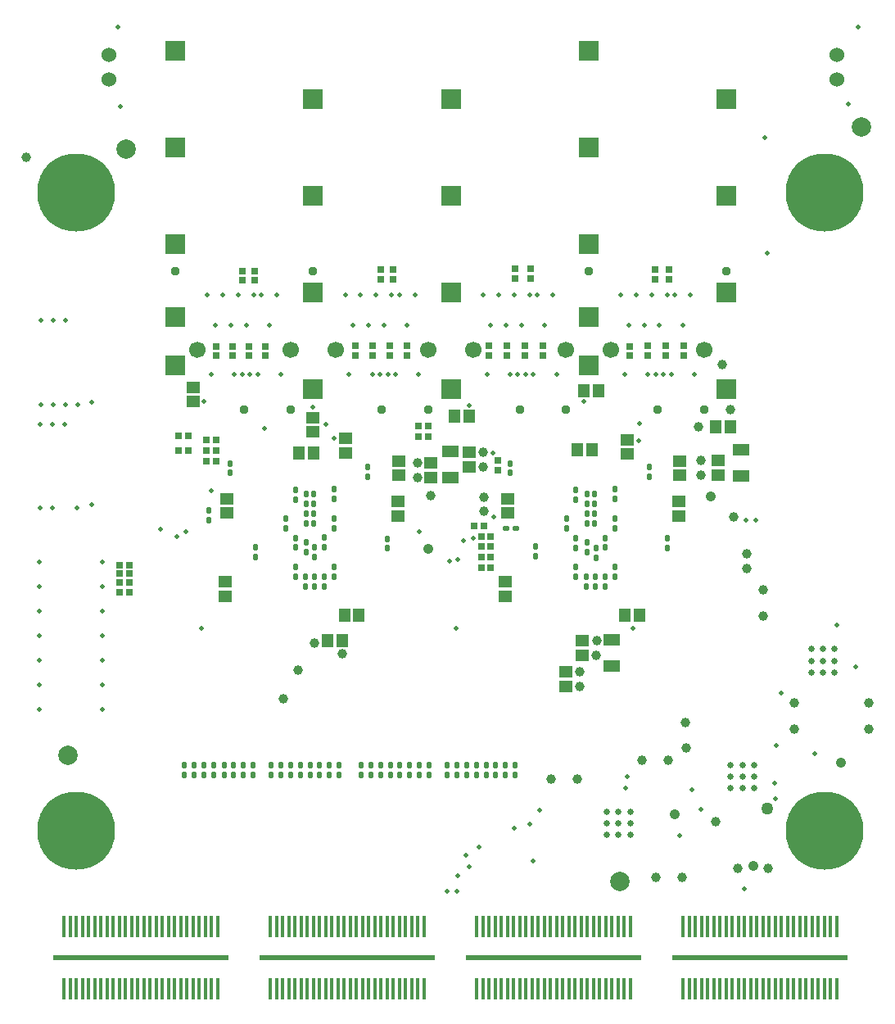
<source format=gbs>
%FSLAX25Y25*%
%MOIN*%
G70*
G01*
G75*
G04 Layer_Color=16711935*
%ADD10C,0.00800*%
%ADD11R,0.10236X0.04331*%
%ADD12R,0.04331X0.10236*%
%ADD13R,0.06693X0.04528*%
%ADD14R,0.07087X0.07087*%
G04:AMPARAMS|DCode=15|XSize=19.69mil|YSize=23.62mil|CornerRadius=4.92mil|HoleSize=0mil|Usage=FLASHONLY|Rotation=90.000|XOffset=0mil|YOffset=0mil|HoleType=Round|Shape=RoundedRectangle|*
%AMROUNDEDRECTD15*
21,1,0.01969,0.01378,0,0,90.0*
21,1,0.00984,0.02362,0,0,90.0*
1,1,0.00984,0.00689,0.00492*
1,1,0.00984,0.00689,-0.00492*
1,1,0.00984,-0.00689,-0.00492*
1,1,0.00984,-0.00689,0.00492*
%
%ADD15ROUNDEDRECTD15*%
%ADD16R,0.04528X0.06693*%
%ADD17C,0.03937*%
%ADD18R,0.02362X0.02362*%
%ADD19C,0.01772*%
%ADD20R,0.47441X0.07874*%
%ADD21R,0.02362X0.02362*%
%ADD22R,0.02362X0.07087*%
G04:AMPARAMS|DCode=23|XSize=19.69mil|YSize=23.62mil|CornerRadius=4.92mil|HoleSize=0mil|Usage=FLASHONLY|Rotation=180.000|XOffset=0mil|YOffset=0mil|HoleType=Round|Shape=RoundedRectangle|*
%AMROUNDEDRECTD23*
21,1,0.01969,0.01378,0,0,180.0*
21,1,0.00984,0.02362,0,0,180.0*
1,1,0.00984,-0.00492,0.00689*
1,1,0.00984,0.00492,0.00689*
1,1,0.00984,0.00492,-0.00689*
1,1,0.00984,-0.00492,-0.00689*
%
%ADD23ROUNDEDRECTD23*%
%ADD24R,0.03740X0.01378*%
%ADD25R,0.01378X0.03740*%
%ADD26R,0.12992X0.12992*%
%ADD27R,0.04528X0.07087*%
%ADD28R,0.01969X0.07874*%
%ADD29R,0.14488X0.05000*%
%ADD30R,0.05512X0.03937*%
%ADD31R,0.03937X0.05512*%
%ADD32R,0.12992X0.12992*%
%ADD33R,0.05512X0.04331*%
%ADD34R,0.04331X0.05512*%
%ADD35C,0.00500*%
%ADD36C,0.01000*%
%ADD37C,0.01969*%
%ADD38C,0.01500*%
%ADD39C,0.01200*%
%ADD40C,0.00600*%
%ADD41C,0.02000*%
%ADD42C,0.03740*%
%ADD43R,0.07874X0.07874*%
%ADD44C,0.31496*%
%ADD45C,0.06496*%
%ADD46C,0.05800*%
%ADD47C,0.01940*%
%ADD48C,0.05000*%
%ADD49C,0.02598*%
%ADD50C,0.04000*%
%ADD51C,0.05740*%
%ADD52C,0.06134*%
%ADD53C,0.17000*%
%ADD54C,0.06600*%
%ADD55C,0.08102*%
%ADD56C,0.08000*%
%ADD57C,0.03969*%
%ADD58C,0.03000*%
%ADD59C,0.04800*%
%ADD60C,0.00394*%
%ADD61C,0.00400*%
%ADD62C,0.03299*%
%ADD63C,0.05000*%
%ADD64R,0.01600X0.08500*%
%ADD65R,0.71000X0.02000*%
%ADD66C,0.00984*%
%ADD67C,0.02362*%
%ADD68C,0.00787*%
%ADD69C,0.00591*%
%ADD70R,0.09095X0.09095*%
%ADD71R,0.09095X0.09095*%
%ADD72R,0.10436X0.04531*%
%ADD73R,0.04531X0.10436*%
%ADD74R,0.06893X0.04728*%
%ADD75R,0.07287X0.07287*%
G04:AMPARAMS|DCode=76|XSize=21.69mil|YSize=25.62mil|CornerRadius=5.42mil|HoleSize=0mil|Usage=FLASHONLY|Rotation=90.000|XOffset=0mil|YOffset=0mil|HoleType=Round|Shape=RoundedRectangle|*
%AMROUNDEDRECTD76*
21,1,0.02169,0.01478,0,0,90.0*
21,1,0.01084,0.02562,0,0,90.0*
1,1,0.01084,0.00739,0.00542*
1,1,0.01084,0.00739,-0.00542*
1,1,0.01084,-0.00739,-0.00542*
1,1,0.01084,-0.00739,0.00542*
%
%ADD76ROUNDEDRECTD76*%
%ADD77R,0.04728X0.06893*%
%ADD78C,0.07874*%
%ADD79R,0.02562X0.02562*%
%ADD80C,0.01972*%
%ADD81R,0.47241X0.07674*%
%ADD82R,0.02562X0.02562*%
%ADD83R,0.02562X0.07287*%
G04:AMPARAMS|DCode=84|XSize=21.69mil|YSize=25.62mil|CornerRadius=5.42mil|HoleSize=0mil|Usage=FLASHONLY|Rotation=180.000|XOffset=0mil|YOffset=0mil|HoleType=Round|Shape=RoundedRectangle|*
%AMROUNDEDRECTD84*
21,1,0.02169,0.01478,0,0,180.0*
21,1,0.01084,0.02562,0,0,180.0*
1,1,0.01084,-0.00542,0.00739*
1,1,0.01084,0.00542,0.00739*
1,1,0.01084,0.00542,-0.00739*
1,1,0.01084,-0.00542,-0.00739*
%
%ADD84ROUNDEDRECTD84*%
%ADD85R,0.03940X0.01578*%
%ADD86R,0.01578X0.03940*%
%ADD87R,0.13192X0.13192*%
%ADD88R,0.04728X0.07287*%
%ADD89R,0.02169X0.08074*%
%ADD90R,0.14688X0.05200*%
%ADD91R,0.05712X0.04137*%
%ADD92R,0.04137X0.05712*%
%ADD93R,0.13192X0.13192*%
%ADD94R,0.05712X0.04531*%
%ADD95R,0.04531X0.05712*%
%ADD96C,0.31696*%
%ADD97C,0.00200*%
%ADD98C,0.06696*%
%ADD99C,0.06000*%
%ADD100C,0.04137*%
%ADD101R,0.01800X0.08700*%
%ADD102R,0.71200X0.02200*%
D17*
X4519Y361417D02*
D03*
X287795Y277165D02*
D03*
X297793Y194147D02*
D03*
Y200053D02*
D03*
X292446Y215200D02*
D03*
X291253Y258782D02*
D03*
X278286Y251720D02*
D03*
X279175Y238148D02*
D03*
Y232242D02*
D03*
X229889Y146347D02*
D03*
Y152253D02*
D03*
X236676Y158996D02*
D03*
X236716Y164862D02*
D03*
X169300Y223824D02*
D03*
X190972Y217447D02*
D03*
Y223353D02*
D03*
X190414Y241399D02*
D03*
Y235494D02*
D03*
X163871Y231194D02*
D03*
Y237099D02*
D03*
X133267Y159555D02*
D03*
X121791Y163758D02*
D03*
X109055Y141339D02*
D03*
X115354Y152756D02*
D03*
X304528Y185630D02*
D03*
Y175000D02*
D03*
X317323Y139567D02*
D03*
X347638D02*
D03*
Y128937D02*
D03*
X317323D02*
D03*
X306693Y72047D02*
D03*
X294094D02*
D03*
X285039Y91339D02*
D03*
X271457Y68701D02*
D03*
X260827D02*
D03*
X273000Y131500D02*
D03*
X273076Y121176D02*
D03*
X265945Y116339D02*
D03*
X255315D02*
D03*
X228740Y108661D02*
D03*
X218307Y108465D02*
D03*
D42*
X261563Y258819D02*
D03*
X280460D02*
D03*
X224358D02*
D03*
X205460D02*
D03*
X168255D02*
D03*
X149358D02*
D03*
X93256D02*
D03*
X112153D02*
D03*
X65224Y315118D02*
D03*
X121326D02*
D03*
X233531D02*
D03*
X289633Y315118D02*
D03*
D43*
X65224Y404882D02*
D03*
Y365512D02*
D03*
X65224Y326142D02*
D03*
Y296614D02*
D03*
X65224Y276929D02*
D03*
X233531Y404882D02*
D03*
Y365512D02*
D03*
X233531Y326142D02*
D03*
Y296614D02*
D03*
X233531Y276929D02*
D03*
X121326Y385197D02*
D03*
X289633Y267087D02*
D03*
X289633Y306457D02*
D03*
X289633Y345827D02*
D03*
Y385197D02*
D03*
X177429Y267087D02*
D03*
Y306457D02*
D03*
Y345827D02*
D03*
Y385197D02*
D03*
X121326Y345827D02*
D03*
X121326Y306457D02*
D03*
X121326Y267087D02*
D03*
D47*
X126378Y252756D02*
D03*
X129921Y247244D02*
D03*
X194488Y241339D02*
D03*
X254331Y253150D02*
D03*
X253937Y246063D02*
D03*
X101575Y251181D02*
D03*
X121260Y260039D02*
D03*
X69685Y209055D02*
D03*
X79921Y225984D02*
D03*
X41732Y414567D02*
D03*
X59055Y210236D02*
D03*
X65748Y207087D02*
D03*
X182677Y205512D02*
D03*
X42913Y382283D02*
D03*
X164567Y209055D02*
D03*
X194882Y215354D02*
D03*
X176772Y197244D02*
D03*
X180315Y198031D02*
D03*
X339370Y383071D02*
D03*
X343307Y414567D02*
D03*
X252901Y305571D02*
D03*
X305315Y369685D02*
D03*
X97193Y305571D02*
D03*
X94043Y293169D02*
D03*
X90893Y305571D02*
D03*
X265500D02*
D03*
X262350Y293169D02*
D03*
X259200Y305571D02*
D03*
X209397D02*
D03*
X206248Y293169D02*
D03*
X203098Y305571D02*
D03*
X153295D02*
D03*
X150145Y293169D02*
D03*
X146996Y305571D02*
D03*
X186614Y206693D02*
D03*
X76772Y262134D02*
D03*
X184842Y260394D02*
D03*
X231693Y262362D02*
D03*
X306299Y322505D02*
D03*
X87744Y293169D02*
D03*
X84594Y305571D02*
D03*
X81445Y293169D02*
D03*
X78295Y305571D02*
D03*
X100342D02*
D03*
X103492Y293169D02*
D03*
X106641Y305571D02*
D03*
X248177Y273287D02*
D03*
X257626D02*
D03*
X260775D02*
D03*
X263925D02*
D03*
X267074D02*
D03*
X276523D02*
D03*
X79870D02*
D03*
X89319D02*
D03*
X92468D02*
D03*
X95618D02*
D03*
X98767D02*
D03*
X108216D02*
D03*
X274948Y305571D02*
D03*
X271799Y293169D02*
D03*
X268649Y305571D02*
D03*
X246602D02*
D03*
X249752Y293169D02*
D03*
X256051D02*
D03*
X162744Y305571D02*
D03*
X159594Y293169D02*
D03*
X156445Y305571D02*
D03*
X134397D02*
D03*
X137547Y293169D02*
D03*
X140697Y305571D02*
D03*
X143846Y293169D02*
D03*
X199948D02*
D03*
X196799Y305571D02*
D03*
X193649Y293169D02*
D03*
X190500Y305571D02*
D03*
X212547D02*
D03*
X215697Y293169D02*
D03*
X218846Y305571D02*
D03*
X220421Y273287D02*
D03*
X210972D02*
D03*
X207822D02*
D03*
X204673D02*
D03*
X201523D02*
D03*
X192074D02*
D03*
X164319D02*
D03*
X154870D02*
D03*
X151720D02*
D03*
X148571D02*
D03*
X145421D02*
D03*
X135972D02*
D03*
X180206Y69096D02*
D03*
X203150Y88709D02*
D03*
X188868Y80939D02*
D03*
X210941Y75197D02*
D03*
X179921Y62894D02*
D03*
X175984D02*
D03*
X275590Y104331D02*
D03*
X31102Y220098D02*
D03*
Y261831D02*
D03*
X10610Y260846D02*
D03*
X15610D02*
D03*
X20610D02*
D03*
X25610D02*
D03*
X10610Y295059D02*
D03*
X15610D02*
D03*
X20610D02*
D03*
X20216Y252933D02*
D03*
X15216D02*
D03*
X10216D02*
D03*
X25216Y218721D02*
D03*
X15216D02*
D03*
X10216D02*
D03*
X35433Y196968D02*
D03*
Y186969D02*
D03*
Y176969D02*
D03*
Y166969D02*
D03*
Y156968D02*
D03*
Y146968D02*
D03*
Y136969D02*
D03*
X9843D02*
D03*
Y146968D02*
D03*
Y156968D02*
D03*
Y166969D02*
D03*
Y176969D02*
D03*
Y186969D02*
D03*
Y196968D02*
D03*
X297441Y213976D02*
D03*
X301575D02*
D03*
X325689Y118898D02*
D03*
X296949Y63779D02*
D03*
X311811Y143602D02*
D03*
X342174Y154144D02*
D03*
X334646Y171260D02*
D03*
X309300Y106900D02*
D03*
X309400Y100600D02*
D03*
X309900Y122200D02*
D03*
X249213Y109449D02*
D03*
X248425Y104724D02*
D03*
X270472Y85433D02*
D03*
X279134Y96063D02*
D03*
X75800Y169800D02*
D03*
X179500Y169900D02*
D03*
X251400Y169800D02*
D03*
X184900Y72800D02*
D03*
X183600Y77500D02*
D03*
X209400Y90100D02*
D03*
X213700Y95900D02*
D03*
D48*
X306299Y96457D02*
D03*
D49*
X324213Y161417D02*
D03*
X328937D02*
D03*
X333661D02*
D03*
X324213Y156693D02*
D03*
X328937D02*
D03*
X333661D02*
D03*
X324213Y151969D02*
D03*
X328937D02*
D03*
X333661D02*
D03*
X240945Y85827D02*
D03*
Y90551D02*
D03*
Y95276D02*
D03*
X245669Y85827D02*
D03*
Y90551D02*
D03*
Y95276D02*
D03*
X250394Y85827D02*
D03*
Y90551D02*
D03*
Y95276D02*
D03*
X291339Y114173D02*
D03*
X296063D02*
D03*
X300787D02*
D03*
X291339Y109449D02*
D03*
X296063D02*
D03*
X300787D02*
D03*
X291339Y104724D02*
D03*
X296063D02*
D03*
X300787D02*
D03*
D74*
X295636Y231882D02*
D03*
Y242709D02*
D03*
X242987Y165262D02*
D03*
Y154435D02*
D03*
X177139Y231160D02*
D03*
Y241987D02*
D03*
D76*
X200000Y210630D02*
D03*
X203937D02*
D03*
D78*
X344488Y374016D02*
D03*
X246063Y66929D02*
D03*
X21654Y118110D02*
D03*
X45276Y364961D02*
D03*
D79*
X196457Y234252D02*
D03*
Y238189D02*
D03*
X92520Y311417D02*
D03*
Y315354D02*
D03*
X97638Y311417D02*
D03*
Y315354D02*
D03*
X148819Y311811D02*
D03*
Y315748D02*
D03*
X153937Y311811D02*
D03*
Y315748D02*
D03*
X266142Y311811D02*
D03*
Y315748D02*
D03*
X260630Y311811D02*
D03*
Y315748D02*
D03*
X203543Y312205D02*
D03*
Y316142D02*
D03*
X209842Y312205D02*
D03*
Y316142D02*
D03*
X264765Y280866D02*
D03*
Y284803D02*
D03*
X207574Y280866D02*
D03*
Y284803D02*
D03*
X152466Y280866D02*
D03*
Y284803D02*
D03*
X95279Y280759D02*
D03*
Y284696D02*
D03*
X101969D02*
D03*
Y280759D02*
D03*
X257482Y280866D02*
D03*
Y284803D02*
D03*
X192800Y280866D02*
D03*
Y284803D02*
D03*
X250200Y280759D02*
D03*
Y284696D02*
D03*
X214961Y284803D02*
D03*
Y280866D02*
D03*
X272047Y284803D02*
D03*
Y280866D02*
D03*
X88590Y280759D02*
D03*
Y284696D02*
D03*
X138500Y280866D02*
D03*
Y284803D02*
D03*
X81900Y280759D02*
D03*
Y284696D02*
D03*
X159449Y284803D02*
D03*
Y280866D02*
D03*
X200187Y280866D02*
D03*
Y284803D02*
D03*
X145483Y280866D02*
D03*
Y284803D02*
D03*
D82*
X81890Y246457D02*
D03*
X77953D02*
D03*
X81890Y242126D02*
D03*
X77953D02*
D03*
X81890Y237795D02*
D03*
X77953D02*
D03*
X46457Y195669D02*
D03*
X42520D02*
D03*
X46457Y192126D02*
D03*
X42520D02*
D03*
X46457Y188583D02*
D03*
X42520D02*
D03*
X46457Y184646D02*
D03*
X42520D02*
D03*
X168042Y252200D02*
D03*
X164105D02*
D03*
X168042Y247869D02*
D03*
X164105D02*
D03*
X193701Y207087D02*
D03*
X189764D02*
D03*
X193701Y194488D02*
D03*
X189764D02*
D03*
X193701Y198819D02*
D03*
X189764D02*
D03*
X193701Y203150D02*
D03*
X189764D02*
D03*
X187008Y211417D02*
D03*
X190945D02*
D03*
X70473Y248306D02*
D03*
X66535D02*
D03*
X66535Y242350D02*
D03*
X70472D02*
D03*
D84*
X199600Y114300D02*
D03*
Y110363D02*
D03*
X203543Y114173D02*
D03*
Y110236D02*
D03*
X87386Y237008D02*
D03*
Y233071D02*
D03*
X114100Y226269D02*
D03*
Y222332D02*
D03*
X118600Y224468D02*
D03*
Y220532D02*
D03*
X121600Y224468D02*
D03*
Y220532D02*
D03*
X129900Y226468D02*
D03*
Y222532D02*
D03*
X118400Y212531D02*
D03*
Y216469D02*
D03*
X110200Y210631D02*
D03*
Y214568D02*
D03*
X114100Y202731D02*
D03*
Y206668D02*
D03*
X118500Y200832D02*
D03*
Y204768D02*
D03*
X121600Y212531D02*
D03*
Y216469D02*
D03*
X151484Y206368D02*
D03*
Y202432D02*
D03*
X129900Y210631D02*
D03*
Y214568D02*
D03*
X126032Y202803D02*
D03*
Y206740D02*
D03*
X122000Y202803D02*
D03*
Y198866D02*
D03*
X114160Y190931D02*
D03*
Y194869D02*
D03*
X129900Y190931D02*
D03*
Y194869D02*
D03*
X126008Y187031D02*
D03*
Y190969D02*
D03*
X118300Y186932D02*
D03*
Y190868D02*
D03*
X122000Y186932D02*
D03*
Y190868D02*
D03*
X201575Y237008D02*
D03*
Y233071D02*
D03*
X211811Y199213D02*
D03*
Y203150D02*
D03*
X228273Y226269D02*
D03*
Y222332D02*
D03*
X232873Y224468D02*
D03*
Y220532D02*
D03*
X235873Y224468D02*
D03*
Y220532D02*
D03*
X244073Y226468D02*
D03*
Y222532D02*
D03*
X244073Y210631D02*
D03*
Y214568D02*
D03*
X235773Y212531D02*
D03*
Y216469D02*
D03*
X232773Y212531D02*
D03*
Y216469D02*
D03*
X224373Y210631D02*
D03*
Y214568D02*
D03*
X228300Y202663D02*
D03*
Y206600D02*
D03*
X232773Y200832D02*
D03*
Y204768D02*
D03*
X240133Y202731D02*
D03*
Y206668D02*
D03*
X236433Y202432D02*
D03*
Y198495D02*
D03*
X228300Y190931D02*
D03*
Y194869D02*
D03*
X244073Y190931D02*
D03*
Y194869D02*
D03*
X240173Y187031D02*
D03*
Y190969D02*
D03*
X236173Y186932D02*
D03*
Y190868D02*
D03*
X232473Y186932D02*
D03*
Y190868D02*
D03*
X265400Y206437D02*
D03*
Y202500D02*
D03*
X258268Y235433D02*
D03*
Y231496D02*
D03*
X97727Y199032D02*
D03*
Y202969D02*
D03*
X143701Y235433D02*
D03*
Y231496D02*
D03*
X79038Y217913D02*
D03*
Y213976D02*
D03*
X68898Y110236D02*
D03*
Y114173D02*
D03*
X72835Y110236D02*
D03*
Y114173D02*
D03*
X76772Y110236D02*
D03*
Y114173D02*
D03*
X80709Y110236D02*
D03*
Y114173D02*
D03*
X85039Y110236D02*
D03*
Y114173D02*
D03*
X88976Y110236D02*
D03*
Y114173D02*
D03*
X92913Y110236D02*
D03*
Y114173D02*
D03*
X96850Y110236D02*
D03*
Y114173D02*
D03*
X104331Y110236D02*
D03*
Y114173D02*
D03*
X108268Y110236D02*
D03*
Y114173D02*
D03*
X112205Y110236D02*
D03*
Y114173D02*
D03*
X116142Y110236D02*
D03*
Y114173D02*
D03*
X120079Y110236D02*
D03*
Y114173D02*
D03*
X124016Y110236D02*
D03*
Y114173D02*
D03*
X127953Y110236D02*
D03*
Y114173D02*
D03*
X131890Y110236D02*
D03*
Y114173D02*
D03*
X140945Y110236D02*
D03*
Y114173D02*
D03*
X144882Y110236D02*
D03*
Y114173D02*
D03*
X148819Y110236D02*
D03*
Y114173D02*
D03*
X152756Y110236D02*
D03*
Y114173D02*
D03*
X156693Y110236D02*
D03*
Y114173D02*
D03*
X160630Y110236D02*
D03*
Y114173D02*
D03*
X164567Y110236D02*
D03*
Y114173D02*
D03*
X168504Y110236D02*
D03*
Y114173D02*
D03*
X175984Y110236D02*
D03*
Y114173D02*
D03*
X179921Y110236D02*
D03*
Y114173D02*
D03*
X183858Y110236D02*
D03*
Y114173D02*
D03*
X187795Y110236D02*
D03*
Y114173D02*
D03*
X191732Y110236D02*
D03*
Y114173D02*
D03*
X195669Y110236D02*
D03*
Y114173D02*
D03*
D94*
X184942Y241399D02*
D03*
Y235494D02*
D03*
X169343Y231194D02*
D03*
Y237099D02*
D03*
X224100Y152253D02*
D03*
Y146347D02*
D03*
X230887Y164902D02*
D03*
Y158996D02*
D03*
X85433Y182874D02*
D03*
Y188779D02*
D03*
X134646Y247047D02*
D03*
Y241142D02*
D03*
X156299Y237992D02*
D03*
Y232087D02*
D03*
X86221Y216732D02*
D03*
Y222638D02*
D03*
X155905Y215551D02*
D03*
Y221457D02*
D03*
X121260Y255709D02*
D03*
Y249803D02*
D03*
X72441Y262134D02*
D03*
Y268039D02*
D03*
X286236Y232242D02*
D03*
Y238148D02*
D03*
X199606Y182874D02*
D03*
Y188779D02*
D03*
X249213Y246654D02*
D03*
Y240748D02*
D03*
X270472Y237992D02*
D03*
Y232087D02*
D03*
X200394Y216732D02*
D03*
Y222638D02*
D03*
X270079Y215551D02*
D03*
Y221457D02*
D03*
D95*
X127370Y165000D02*
D03*
X133276D02*
D03*
X139961Y175197D02*
D03*
X134055D02*
D03*
X115551Y241339D02*
D03*
X121457D02*
D03*
X184843Y256063D02*
D03*
X178937D02*
D03*
X237598Y266693D02*
D03*
X231693D02*
D03*
X291253Y251720D02*
D03*
X285347D02*
D03*
X254134Y175197D02*
D03*
X248228D02*
D03*
X234842Y242520D02*
D03*
X228937D02*
D03*
D96*
X24829Y347150D02*
D03*
X329514D02*
D03*
X24829Y87450D02*
D03*
X329514D02*
D03*
D97*
X343600Y27900D02*
D03*
X10600D02*
D03*
D98*
X130460Y283228D02*
D03*
X168255D02*
D03*
X74358D02*
D03*
X112153D02*
D03*
X242665D02*
D03*
X280460D02*
D03*
X186563D02*
D03*
X224358D02*
D03*
D99*
X38189Y403071D02*
D03*
Y393071D02*
D03*
X334646Y403071D02*
D03*
Y393071D02*
D03*
D100*
X336221Y115354D02*
D03*
X300394Y73228D02*
D03*
X168300Y202100D02*
D03*
X283071Y223622D02*
D03*
X268504Y94095D02*
D03*
D101*
X22429Y23150D02*
D03*
X24929D02*
D03*
X29929D02*
D03*
X32429D02*
D03*
X37429D02*
D03*
X39929D02*
D03*
X44929D02*
D03*
X47429D02*
D03*
X54929D02*
D03*
X57429D02*
D03*
X62429D02*
D03*
X64929D02*
D03*
X69929D02*
D03*
X72429D02*
D03*
X77429D02*
D03*
X79929D02*
D03*
X22429Y48650D02*
D03*
X24929D02*
D03*
X29929D02*
D03*
X32429D02*
D03*
X37429D02*
D03*
X39929D02*
D03*
X44929D02*
D03*
X47429D02*
D03*
X54929D02*
D03*
X57429D02*
D03*
X62429D02*
D03*
X64929D02*
D03*
X69929D02*
D03*
X72429D02*
D03*
X77429D02*
D03*
X79929D02*
D03*
X106429Y23150D02*
D03*
X108929D02*
D03*
X113929D02*
D03*
X116429D02*
D03*
X121429D02*
D03*
X123929D02*
D03*
X128929D02*
D03*
X131429D02*
D03*
X138929D02*
D03*
X141429D02*
D03*
X146429D02*
D03*
X148929D02*
D03*
X153929D02*
D03*
X156429D02*
D03*
X161429D02*
D03*
X163929D02*
D03*
X106429Y48650D02*
D03*
X108929D02*
D03*
X113929D02*
D03*
X116429D02*
D03*
X121429D02*
D03*
X123929D02*
D03*
X128929D02*
D03*
X131429D02*
D03*
X138929D02*
D03*
X141429D02*
D03*
X146429D02*
D03*
X148929D02*
D03*
X153929D02*
D03*
X156429D02*
D03*
X161429D02*
D03*
X163929D02*
D03*
X190429Y23150D02*
D03*
X192929D02*
D03*
X197929D02*
D03*
X200429D02*
D03*
X205429D02*
D03*
X207929D02*
D03*
X212929D02*
D03*
X215429D02*
D03*
X222929D02*
D03*
X225429D02*
D03*
X230429D02*
D03*
X232929D02*
D03*
X237929D02*
D03*
X245429D02*
D03*
X247929D02*
D03*
X190429Y48650D02*
D03*
X192929D02*
D03*
X197929D02*
D03*
X205429D02*
D03*
X212929D02*
D03*
X215429D02*
D03*
X222929D02*
D03*
X225429D02*
D03*
X230429D02*
D03*
X232929D02*
D03*
X237929D02*
D03*
X240429D02*
D03*
X245429D02*
D03*
X247929D02*
D03*
X274429Y23150D02*
D03*
X276929D02*
D03*
X281929D02*
D03*
X284429D02*
D03*
X289429D02*
D03*
X291929D02*
D03*
X296929D02*
D03*
X299429D02*
D03*
X306929D02*
D03*
X309429D02*
D03*
X314429D02*
D03*
X316929D02*
D03*
X321929D02*
D03*
X324429D02*
D03*
X329429D02*
D03*
X331929D02*
D03*
X274429Y48650D02*
D03*
X276929D02*
D03*
X281929D02*
D03*
X284429D02*
D03*
X289429D02*
D03*
X291929D02*
D03*
X296929D02*
D03*
X299429D02*
D03*
X306929D02*
D03*
X309429D02*
D03*
X314429D02*
D03*
X316929D02*
D03*
X321929D02*
D03*
X324429D02*
D03*
X329429D02*
D03*
X331929D02*
D03*
X82429D02*
D03*
X74929D02*
D03*
X67429D02*
D03*
X59929D02*
D03*
X52429D02*
D03*
X49929D02*
D03*
X42429D02*
D03*
X34929D02*
D03*
X27429D02*
D03*
X19929D02*
D03*
X103929D02*
D03*
X111429D02*
D03*
X118929D02*
D03*
X126429D02*
D03*
X133929D02*
D03*
X136429D02*
D03*
X143929D02*
D03*
X151429D02*
D03*
X158929D02*
D03*
X166429D02*
D03*
Y23150D02*
D03*
X158929D02*
D03*
X151429D02*
D03*
X143929D02*
D03*
X136429D02*
D03*
X133929D02*
D03*
X126429D02*
D03*
X118929D02*
D03*
X111429D02*
D03*
X103929D02*
D03*
X19929D02*
D03*
X27429D02*
D03*
X34929D02*
D03*
X42429D02*
D03*
X49929D02*
D03*
X52429D02*
D03*
X59929D02*
D03*
X67429D02*
D03*
X74929D02*
D03*
X82429D02*
D03*
X187929Y48650D02*
D03*
X195429D02*
D03*
X202929D02*
D03*
X210429D02*
D03*
X217929D02*
D03*
X220429D02*
D03*
X227929D02*
D03*
X235429D02*
D03*
X242929D02*
D03*
X250429D02*
D03*
X187929Y23150D02*
D03*
X195429D02*
D03*
X202929D02*
D03*
X210429D02*
D03*
X217929D02*
D03*
X220429D02*
D03*
X227929D02*
D03*
X235429D02*
D03*
X242929D02*
D03*
X250429D02*
D03*
X334429D02*
D03*
X326929D02*
D03*
X319429D02*
D03*
X311929D02*
D03*
X304429D02*
D03*
X301929D02*
D03*
X294429D02*
D03*
X286929D02*
D03*
X279429D02*
D03*
X271929D02*
D03*
X334429Y48650D02*
D03*
X326929D02*
D03*
X319429D02*
D03*
X311929D02*
D03*
X304429D02*
D03*
X301929D02*
D03*
X294429D02*
D03*
X286929D02*
D03*
X279429D02*
D03*
X271929D02*
D03*
X240429Y23150D02*
D03*
X207929Y48650D02*
D03*
X200429D02*
D03*
D102*
X303100Y35900D02*
D03*
X219100D02*
D03*
X135100D02*
D03*
X51100D02*
D03*
M02*

</source>
